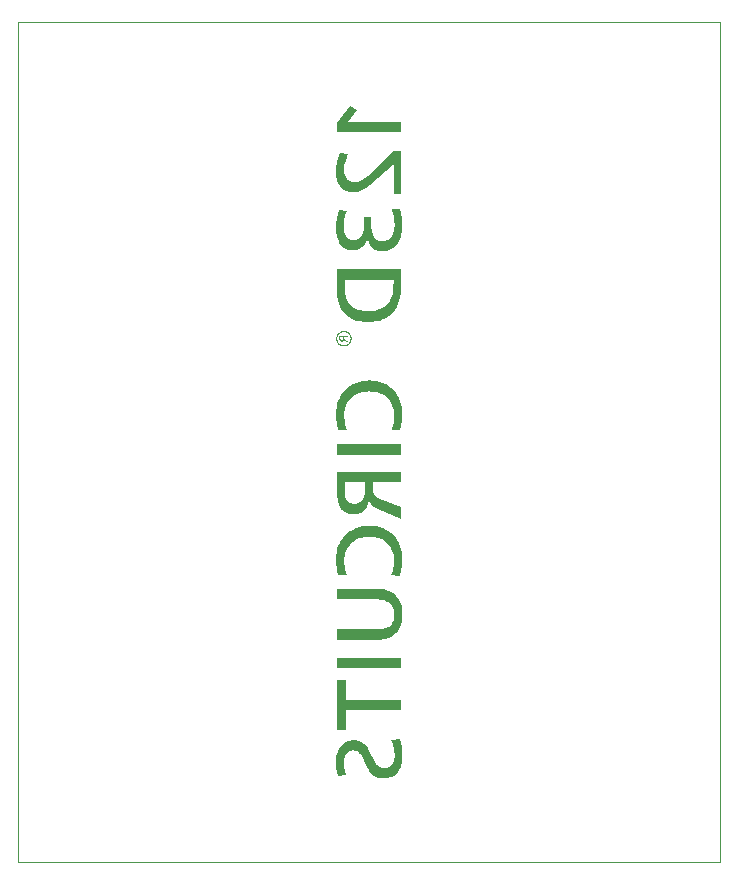
<source format=gbo>
G75*
G71*
%OFA0B0*%
%FSLAX23Y23*%
%IPPOS*%
%LPD*%
%ADD10C,0.1*%
%LPD*%D10*
X0Y0D02*
X0Y100D01*
X0Y200D01*
X0Y300D01*
X0Y400D01*
X0Y500D01*
X0Y600D01*
X0Y700D01*
X0Y800D01*
X0Y899D01*
X0Y999D01*
X0Y1099D01*
X0Y1199D01*
X0Y1299D01*
X0Y1399D01*
X0Y1499D01*
X0Y1599D01*
X0Y1699D01*
X0Y1799D01*
X0Y1899D01*
X0Y1999D01*
X0Y2099D01*
X0Y2199D01*
X0Y2299D01*
X0Y2399D01*
X0Y2498D01*
X0Y2598D01*
X0Y2698D01*
X0Y2798D01*
X0Y2898D01*
X0Y2998D01*
X0Y3098D01*
X0Y3198D01*
X0Y3298D01*
X0Y3398D01*
X0Y3498D01*
X0Y3598D01*
X0Y3698D01*
X0Y3798D01*
X0Y3898D01*
X0Y3998D01*
X0Y4098D01*
X0Y4197D01*
X0Y4297D01*
X0Y4397D01*
X0Y4497D01*
X0Y4597D01*
X0Y4697D01*
X0Y4797D01*
X0Y4897D01*
X0Y4997D01*
X0Y5097D01*
X0Y5197D01*
X0Y5297D01*
X0Y5397D01*
X0Y5497D01*
X0Y5597D01*
X0Y5697D01*
X0Y5797D01*
X0Y5896D01*
X0Y5996D01*
X0Y6096D01*
X0Y6196D01*
X0Y6296D01*
X0Y6396D01*
X0Y6496D01*
X0Y6596D01*
X0Y6696D01*
X0Y6796D01*
X0Y6896D01*
X0Y6996D01*
X0Y7096D01*
X0Y7196D01*
X0Y7296D01*
X0Y7396D01*
X0Y7496D01*
X0Y7595D01*
X0Y7695D01*
X0Y7795D01*
X0Y7895D01*
X0Y7995D01*
X0Y8095D01*
X0Y8195D01*
X0Y8295D01*
X0Y8395D01*
X0Y8495D01*
X0Y8595D01*
X0Y8695D01*
X0Y8795D01*
X0Y8895D01*
X0Y8995D01*
X0Y9095D01*
X0Y9195D01*
X0Y9294D01*
X0Y9394D01*
X0Y9494D01*
X0Y9594D01*
X0Y9694D01*
X0Y9794D01*
X0Y9894D01*
X0Y9994D01*
X0Y10094D01*
X0Y10194D01*
X0Y10294D01*
X0Y10394D01*
X0Y10494D01*
X0Y10594D01*
X0Y10694D01*
X0Y10794D01*
X0Y10893D01*
X0Y10993D01*
X0Y11093D01*
X0Y11193D01*
X0Y11293D01*
X0Y11393D01*
X0Y11493D01*
X0Y11593D01*
X0Y11693D01*
X0Y11793D01*
X0Y11893D01*
X0Y11993D01*
X0Y12093D01*
X0Y12193D01*
X0Y12293D01*
X0Y12393D01*
X0Y12493D01*
X0Y12592D01*
X0Y12692D01*
X0Y12792D01*
X0Y12892D01*
X0Y12992D01*
X0Y13092D01*
X0Y13192D01*
X0Y13292D01*
X0Y13392D01*
X0Y13492D01*
X0Y13592D01*
X0Y13692D01*
X0Y13792D01*
X0Y13892D01*
X0Y13992D01*
X0Y14092D01*
X0Y14192D01*
X0Y14291D01*
X0Y14391D01*
X0Y14491D01*
X0Y14591D01*
X0Y14691D01*
X0Y14791D01*
X0Y14891D01*
X0Y14991D01*
X0Y15091D01*
X0Y15191D01*
X0Y15291D01*
X0Y15391D01*
X0Y15491D01*
X0Y15591D01*
X0Y15691D01*
X0Y15791D01*
X0Y15890D01*
X0Y15990D01*
X0Y16090D01*
X0Y16190D01*
X0Y16290D01*
X0Y16390D01*
X0Y16490D01*
X0Y16590D01*
X0Y16690D01*
X0Y16790D01*
X0Y16890D01*
X0Y16990D01*
X0Y17090D01*
X0Y17190D01*
X0Y17290D01*
X0Y17390D01*
X0Y17490D01*
X0Y17589D01*
X0Y17689D01*
X0Y17789D01*
X0Y17889D01*
X0Y17989D01*
X0Y18089D01*
X0Y18189D01*
X0Y18289D01*
X0Y18389D01*
X0Y18489D01*
X0Y18589D01*
X0Y18689D01*
X0Y18789D01*
X0Y18889D01*
X0Y18989D01*
X0Y19089D01*
X0Y19189D01*
X0Y19288D01*
X0Y19388D01*
X0Y19488D01*
X0Y19588D01*
X0Y19688D01*
X0Y19788D01*
X0Y19888D01*
X0Y19988D01*
X0Y20088D01*
X0Y20188D01*
X0Y20288D01*
X0Y20388D01*
X0Y20488D01*
X0Y20588D01*
X0Y20688D01*
X0Y20788D01*
X0Y20888D01*
X0Y20987D01*
X0Y21087D01*
X0Y21187D01*
X0Y21287D01*
X0Y21387D01*
X0Y21487D01*
X0Y21587D01*
X0Y21687D01*
X0Y21787D01*
X0Y21887D01*
X0Y21987D01*
X0Y22087D01*
X0Y22187D01*
X0Y22287D01*
X0Y22387D01*
X0Y22487D01*
X0Y22586D01*
X0Y22686D01*
X0Y22786D01*
X0Y22886D01*
X0Y22986D01*
X0Y23086D01*
X0Y23186D01*
X0Y23286D01*
X0Y23386D01*
X0Y23486D01*
X0Y23586D01*
X0Y23686D01*
X0Y23786D01*
X0Y23886D01*
X0Y23986D01*
X0Y24086D01*
X0Y24186D01*
X0Y24285D01*
X0Y24385D01*
X0Y24485D01*
X0Y24585D01*
X0Y24685D01*
X0Y24785D01*
X0Y24885D01*
X0Y24985D01*
X0Y25085D01*
X0Y25185D01*
X0Y25285D01*
X0Y25385D01*
X0Y25485D01*
X0Y25585D01*
X0Y25685D01*
X0Y25785D01*
X0Y25885D01*
X0Y25984D01*
X0Y26084D01*
X0Y26184D01*
X0Y26284D01*
X0Y26384D01*
X0Y26484D01*
X0Y26584D01*
X0Y26684D01*
X0Y26784D01*
X0Y26884D01*
X0Y26984D01*
X0Y27084D01*
X0Y27184D01*
X0Y27284D01*
X0Y27384D01*
X0Y27484D01*
X0Y27584D01*
X0Y27683D01*
X0Y27783D01*
X0Y27883D01*
X0Y27983D01*
X0Y28083D01*
X0Y28183D01*
X0Y28283D01*
X0Y28383D01*
X0Y28483D01*
X0Y28583D01*
X0Y28683D01*
X0Y28783D01*
X0Y28883D01*
X0Y28983D01*
X0Y29083D01*
X0Y29183D01*
X0Y29282D01*
X0Y29382D01*
X0Y29482D01*
X0Y29582D01*
X0Y29682D01*
X0Y29782D01*
X0Y29882D01*
X0Y29982D01*
X0Y30082D01*
X0Y30182D01*
X0Y30282D01*
X0Y30382D01*
X0Y30482D01*
X0Y30582D01*
X0Y30682D01*
X0Y30782D01*
X0Y30882D01*
X0Y30981D01*
X0Y31081D01*
X0Y31181D01*
X0Y31281D01*
X0Y31381D01*
X0Y31481D01*
X0Y31581D01*
X0Y31681D01*
X0Y31781D01*
X0Y31881D01*
X0Y31981D01*
X0Y32081D01*
X0Y32181D01*
X0Y32281D01*
X0Y32381D01*
X0Y32481D01*
X0Y32581D01*
X0Y32680D01*
X0Y32780D01*
X0Y32880D01*
X0Y32980D01*
X0Y33080D01*
X0Y33180D01*
X0Y33280D01*
X0Y33380D01*
X0Y33480D01*
X0Y33580D01*
X0Y33680D01*
X0Y33780D01*
X0Y33880D01*
X0Y33980D01*
X0Y34080D01*
X0Y34180D01*
X0Y34280D01*
X0Y34379D01*
X0Y34479D01*
X0Y34579D01*
X0Y34679D01*
X0Y34779D01*
X0Y34879D01*
X0Y34979D01*
X0Y35079D01*
X0Y35179D01*
X0Y35279D01*
X0Y35379D01*
X0Y35479D01*
X0Y35579D01*
X0Y35679D01*
X0Y35779D01*
X0Y35879D01*
X0Y35978D01*
X0Y36078D01*
X0Y36178D01*
X0Y36278D01*
X0Y36378D01*
X0Y36478D01*
X0Y36578D01*
X0Y36678D01*
X0Y36778D01*
X0Y36878D01*
X0Y36978D01*
X0Y37078D01*
X0Y37178D01*
X0Y37278D01*
X0Y37378D01*
X0Y37478D01*
X0Y37578D01*
X0Y37677D01*
X0Y37777D01*
X0Y37877D01*
X0Y37977D01*
X0Y38077D01*
X0Y38177D01*
X0Y38277D01*
X0Y38377D01*
X0Y38477D01*
X0Y38577D01*
X0Y38677D01*
X0Y38777D01*
X0Y38877D01*
X0Y38977D01*
X0Y39077D01*
X0Y39177D01*
X0Y39277D01*
X0Y39376D01*
X0Y39476D01*
X0Y39576D01*
X0Y39676D01*
X0Y39776D01*
X0Y39876D01*
X0Y39976D01*
X0Y40076D01*
X0Y40176D01*
X0Y40276D01*
X0Y40376D01*
X0Y40476D01*
X0Y40576D01*
X0Y40676D01*
X0Y40776D01*
X0Y40876D01*
X0Y40976D01*
X0Y41075D01*
X0Y41175D01*
X0Y41275D01*
X0Y41375D01*
X0Y41475D01*
X0Y41575D01*
X0Y41675D01*
X0Y41775D01*
X0Y41875D01*
X0Y41975D01*
X0Y42075D01*
X0Y42175D01*
X0Y42275D01*
X0Y42375D01*
X0Y42475D01*
X0Y42575D01*
X0Y42675D01*
X0Y42774D01*
X0Y42874D01*
X0Y42974D01*
X0Y43074D01*
X0Y43174D01*
X0Y43274D01*
X0Y43374D01*
X0Y43474D01*
X0Y43574D01*
X0Y43674D01*
X0Y43774D01*
X0Y43874D01*
X0Y43974D01*
X0Y44074D01*
X0Y44174D01*
X0Y44274D01*
X0Y44373D01*
X0Y44473D01*
X0Y44573D01*
X0Y44673D01*
X0Y44773D01*
X0Y44873D01*
X0Y44973D01*
X0Y45073D01*
X0Y45173D01*
X0Y45273D01*
X0Y45373D01*
X0Y45473D01*
X0Y45573D01*
X0Y45673D01*
X0Y45773D01*
X0Y45873D01*
X0Y45973D01*
X0Y46072D01*
X0Y46172D01*
X0Y46272D01*
X0Y46372D01*
X0Y46472D01*
X0Y46572D01*
X0Y46672D01*
X0Y46772D01*
X0Y46872D01*
X0Y46972D01*
X0Y47072D01*
X0Y47172D01*
X0Y47272D01*
X0Y47372D01*
X0Y47472D01*
X0Y47572D01*
X0Y47672D01*
X0Y47771D01*
X0Y47871D01*
X0Y47971D01*
X0Y48071D01*
X0Y48171D01*
X0Y48271D01*
X0Y48371D01*
X0Y48471D01*
X0Y48571D01*
X0Y48671D01*
X0Y48771D01*
X0Y48871D01*
X0Y48971D01*
X0Y49071D01*
X0Y49171D01*
X0Y49271D01*
X0Y49371D01*
X0Y49470D01*
X0Y49570D01*
X0Y49670D01*
X0Y49770D01*
X0Y49870D01*
X0Y49970D01*
X0Y50070D01*
X0Y50170D01*
X0Y50270D01*
X0Y50370D01*
X0Y50470D01*
X0Y50570D01*
X0Y50670D01*
X0Y50770D01*
X0Y50870D01*
X0Y50970D01*
X0Y51070D01*
X0Y51169D01*
X0Y51269D01*
X0Y51369D01*
X0Y51469D01*
X0Y51569D01*
X0Y51669D01*
X0Y51769D01*
X0Y51869D01*
X0Y51969D01*
X0Y52069D01*
X0Y52169D01*
X0Y52269D01*
X0Y52369D01*
X0Y52469D01*
X0Y52569D01*
X0Y52669D01*
X0Y52768D01*
X0Y52868D01*
X0Y52968D01*
X0Y53068D01*
X0Y53168D01*
X0Y53268D01*
X0Y53368D01*
X0Y53468D01*
X0Y53568D01*
X0Y53668D01*
X0Y53768D01*
X0Y53868D01*
X0Y53968D01*
X0Y54068D01*
X0Y54168D01*
X0Y54268D01*
X0Y54368D01*
X0Y54467D01*
X0Y54567D01*
X0Y54667D01*
X0Y54767D01*
X0Y54867D01*
X0Y54967D01*
X0Y55067D01*
X0Y55167D01*
X0Y55267D01*
X0Y55367D01*
X0Y55467D01*
X0Y55567D01*
X0Y55667D01*
X0Y55767D01*
X0Y55867D01*
X0Y55967D01*
X0Y56067D01*
X0Y56166D01*
X0Y56266D01*
X0Y56366D01*
X0Y56466D01*
X0Y56566D01*
X0Y56666D01*
X0Y56766D01*
X0Y56866D01*
X0Y56966D01*
X0Y57066D01*
X0Y57166D01*
X0Y57266D01*
X0Y57366D01*
X0Y57466D01*
X0Y57566D01*
X0Y57666D01*
X0Y57766D01*
X0Y57865D01*
X0Y57965D01*
X0Y58065D01*
X0Y58165D01*
X0Y58265D01*
X0Y58365D01*
X0Y58465D01*
X0Y58565D01*
X0Y58665D01*
X0Y58765D01*
X0Y58865D01*
X0Y58965D01*
X0Y59065D01*
X0Y59165D01*
X0Y59265D01*
X0Y59365D01*
X0Y59465D01*
X0Y59564D01*
X0Y59664D01*
X0Y59764D01*
X0Y59864D01*
X0Y59964D01*
X0Y60064D01*
X0Y60164D01*
X0Y60264D01*
X0Y60364D01*
X0Y60464D01*
X0Y60564D01*
X0Y60664D01*
X0Y60764D01*
X0Y60864D01*
X0Y60964D01*
X0Y61064D01*
X0Y61164D01*
X0Y61263D01*
X0Y61363D01*
X0Y61463D01*
X0Y61563D01*
X0Y61663D01*
X0Y61763D01*
X0Y61863D01*
X0Y61963D01*
X0Y62063D01*
X0Y62163D01*
X0Y62263D01*
X0Y62363D01*
X0Y62463D01*
X0Y62563D01*
X0Y62663D01*
X0Y62763D01*
X0Y62863D01*
X0Y62962D01*
X0Y63062D01*
X0Y63162D01*
X0Y63262D01*
X0Y63362D01*
X0Y63462D01*
X0Y63562D01*
X0Y63662D01*
X0Y63762D01*
X0Y63862D01*
X0Y63962D01*
X0Y64062D01*
X0Y64162D01*
X0Y64262D01*
X0Y64362D01*
X0Y64462D01*
X0Y64562D01*
X0Y64661D01*
X0Y64761D01*
X0Y64861D01*
X0Y64961D01*
X0Y65061D01*
X0Y65161D01*
X0Y65261D01*
X0Y65361D01*
X0Y65461D01*
X0Y65561D01*
X0Y65661D01*
X0Y65761D01*
X0Y65861D01*
X0Y65961D01*
X0Y66061D01*
X0Y66161D01*
X0Y66261D01*
X0Y66360D01*
X0Y66460D01*
X0Y66560D01*
X0Y66660D01*
X0Y66760D01*
X0Y66860D01*
X0Y66960D01*
X0Y67060D01*
X0Y67160D01*
X0Y67260D01*
X0Y67360D01*
X0Y67460D01*
X0Y67560D01*
X0Y67660D01*
X0Y67760D01*
X0Y67860D01*
X0Y67960D01*
X0Y68059D01*
X0Y68159D01*
X0Y68259D01*
X0Y68359D01*
X0Y68459D01*
X0Y68559D01*
X0Y68659D01*
X0Y68759D01*
X0Y68859D01*
X0Y68959D01*
X0Y69059D01*
X0Y69159D01*
X0Y69259D01*
X0Y69359D01*
X0Y69459D01*
X0Y69559D01*
X0Y69659D01*
X0Y69758D01*
X0Y69858D01*
X0Y69958D01*
X0Y70058D01*
X0Y70158D01*
X0Y70258D01*
X0Y70358D01*
X0Y70458D01*
X0Y70558D01*
X0Y70658D01*
X0Y70758D01*
X0Y70858D01*
X0Y70958D01*
X0Y71058D01*
X0Y71158D01*
X100Y71158D01*
X200Y71158D01*
X300Y71158D01*
X400Y71158D01*
X500Y71158D01*
X599Y71158D01*
X699Y71158D01*
X799Y71158D01*
X899Y71158D01*
X999Y71158D01*
X1099Y71158D01*
X1199Y71158D01*
X1299Y71158D01*
X1399Y71158D01*
X1499Y71158D01*
X1598Y71158D01*
X1698Y71158D01*
X1798Y71158D01*
X1898Y71158D01*
X1998Y71158D01*
X2098Y71158D01*
X2198Y71158D01*
X2298Y71158D01*
X2398Y71158D01*
X2498Y71158D01*
X2597Y71158D01*
X2697Y71158D01*
X2797Y71158D01*
X2897Y71158D01*
X2997Y71158D01*
X3097Y71158D01*
X3197Y71158D01*
X3297Y71158D01*
X3397Y71158D01*
X3497Y71158D01*
X3596Y71158D01*
X3696Y71158D01*
X3796Y71158D01*
X3896Y71158D01*
X3996Y71158D01*
X4096Y71158D01*
X4196Y71158D01*
X4296Y71158D01*
X4396Y71158D01*
X4496Y71158D01*
X4595Y71158D01*
X4695Y71158D01*
X4795Y71158D01*
X4895Y71158D01*
X4995Y71158D01*
X5095Y71158D01*
X5195Y71158D01*
X5295Y71158D01*
X5395Y71158D01*
X5495Y71158D01*
X5594Y71158D01*
X5694Y71158D01*
X5794Y71158D01*
X5894Y71158D01*
X5994Y71158D01*
X6094Y71158D01*
X6194Y71158D01*
X6294Y71158D01*
X6394Y71158D01*
X6494Y71158D01*
X6593Y71158D01*
X6693Y71158D01*
X6793Y71158D01*
X6893Y71158D01*
X6993Y71158D01*
X7093Y71158D01*
X7193Y71158D01*
X7293Y71158D01*
X7393Y71158D01*
X7493Y71158D01*
X7592Y71158D01*
X7692Y71158D01*
X7792Y71158D01*
X7892Y71158D01*
X7992Y71158D01*
X8092Y71158D01*
X8192Y71158D01*
X8292Y71158D01*
X8392Y71158D01*
X8492Y71158D01*
X8591Y71158D01*
X8691Y71158D01*
X8791Y71158D01*
X8891Y71158D01*
X8991Y71158D01*
X9091Y71158D01*
X9191Y71158D01*
X9291Y71158D01*
X9391Y71158D01*
X9491Y71158D01*
X9590Y71158D01*
X9690Y71158D01*
X9790Y71158D01*
X9890Y71158D01*
X9990Y71158D01*
X10090Y71158D01*
X10190Y71158D01*
X10290Y71158D01*
X10390Y71158D01*
X10490Y71158D01*
X10589Y71158D01*
X10689Y71158D01*
X10789Y71158D01*
X10889Y71158D01*
X10989Y71158D01*
X11089Y71158D01*
X11189Y71158D01*
X11289Y71158D01*
X11389Y71158D01*
X11489Y71158D01*
X11589Y71158D01*
X11688Y71158D01*
X11788Y71158D01*
X11888Y71158D01*
X11988Y71158D01*
X12088Y71158D01*
X12188Y71158D01*
X12288Y71158D01*
X12388Y71158D01*
X12488Y71158D01*
X12588Y71158D01*
X12687Y71158D01*
X12787Y71158D01*
X12887Y71158D01*
X12987Y71158D01*
X13087Y71158D01*
X13187Y71158D01*
X13287Y71158D01*
X13387Y71158D01*
X13487Y71158D01*
X13587Y71158D01*
X13686Y71158D01*
X13786Y71158D01*
X13886Y71158D01*
X13986Y71158D01*
X14086Y71158D01*
X14186Y71158D01*
X14286Y71158D01*
X14386Y71158D01*
X14486Y71158D01*
X14586Y71158D01*
X14685Y71158D01*
X14785Y71158D01*
X14885Y71158D01*
X14985Y71158D01*
X15085Y71158D01*
X15185Y71158D01*
X15285Y71158D01*
X15385Y71158D01*
X15485Y71158D01*
X15585Y71158D01*
X15684Y71158D01*
X15784Y71158D01*
X15884Y71158D01*
X15984Y71158D01*
X16084Y71158D01*
X16184Y71158D01*
X16284Y71158D01*
X16384Y71158D01*
X16484Y71158D01*
X16584Y71158D01*
X16683Y71158D01*
X16783Y71158D01*
X16883Y71158D01*
X16983Y71158D01*
X17083Y71158D01*
X17183Y71158D01*
X17283Y71158D01*
X17383Y71158D01*
X17483Y71158D01*
X17583Y71158D01*
X17682Y71158D01*
X17782Y71158D01*
X17882Y71158D01*
X17982Y71158D01*
X18082Y71158D01*
X18182Y71158D01*
X18282Y71158D01*
X18382Y71158D01*
X18482Y71158D01*
X18582Y71158D01*
X18681Y71158D01*
X18781Y71158D01*
X18881Y71158D01*
X18981Y71158D01*
X19081Y71158D01*
X19181Y71158D01*
X19281Y71158D01*
X19381Y71158D01*
X19481Y71158D01*
X19581Y71158D01*
X19680Y71158D01*
X19780Y71158D01*
X19880Y71158D01*
X19980Y71158D01*
X20080Y71158D01*
X20180Y71158D01*
X20280Y71158D01*
X20380Y71158D01*
X20480Y71158D01*
X20580Y71158D01*
X20679Y71158D01*
X20779Y71158D01*
X20879Y71158D01*
X20979Y71158D01*
X21079Y71158D01*
X21179Y71158D01*
X21279Y71158D01*
X21379Y71158D01*
X21479Y71158D01*
X21579Y71158D01*
X21679Y71158D01*
X21778Y71158D01*
X21878Y71158D01*
X21978Y71158D01*
X22078Y71158D01*
X22178Y71158D01*
X22278Y71158D01*
X22378Y71158D01*
X22478Y71158D01*
X22578Y71158D01*
X22678Y71158D01*
X22777Y71158D01*
X22877Y71158D01*
X22977Y71158D01*
X23077Y71158D01*
X23177Y71158D01*
X23277Y71158D01*
X23377Y71158D01*
X23477Y71158D01*
X23577Y71158D01*
X23677Y71158D01*
X23776Y71158D01*
X23876Y71158D01*
X23976Y71158D01*
X24076Y71158D01*
X24176Y71158D01*
X24276Y71158D01*
X24376Y71158D01*
X24476Y71158D01*
X24576Y71158D01*
X24676Y71158D01*
X24775Y71158D01*
X24875Y71158D01*
X24975Y71158D01*
X25075Y71158D01*
X25175Y71158D01*
X25275Y71158D01*
X25375Y71158D01*
X25475Y71158D01*
X25575Y71158D01*
X25675Y71158D01*
X25774Y71158D01*
X25874Y71158D01*
X25974Y71158D01*
X26074Y71158D01*
X26174Y71158D01*
X26274Y71158D01*
X26374Y71158D01*
X26474Y71158D01*
X26574Y71158D01*
X26674Y71158D01*
X26773Y71158D01*
X26873Y71158D01*
X26973Y71158D01*
X27073Y71158D01*
X27173Y71158D01*
X27273Y71158D01*
X27373Y71158D01*
X27473Y71158D01*
X27573Y71158D01*
X27673Y71158D01*
X27772Y71158D01*
X27872Y71158D01*
X27972Y71158D01*
X28072Y71158D01*
X28172Y71158D01*
X28272Y71158D01*
X28372Y71158D01*
X28472Y71158D01*
X28572Y71158D01*
X28672Y71158D01*
X28771Y71158D01*
X28871Y71158D01*
X28971Y71158D01*
X29071Y71158D01*
X29171Y71158D01*
X29271Y71158D01*
X29371Y71158D01*
X29471Y71158D01*
X29571Y71158D01*
X29671Y71158D01*
X29770Y71158D01*
X29870Y71158D01*
X29970Y71158D01*
X30070Y71158D01*
X30170Y71158D01*
X30270Y71158D01*
X30370Y71158D01*
X30470Y71158D01*
X30570Y71158D01*
X30670Y71158D01*
X30770Y71158D01*
X30869Y71158D01*
X30969Y71158D01*
X31069Y71158D01*
X31169Y71158D01*
X31269Y71158D01*
X31369Y71158D01*
X31469Y71158D01*
X31569Y71158D01*
X31669Y71158D01*
X31769Y71158D01*
X31868Y71158D01*
X31968Y71158D01*
X32068Y71158D01*
X32168Y71158D01*
X32268Y71158D01*
X32368Y71158D01*
X32468Y71158D01*
X32568Y71158D01*
X32668Y71158D01*
X32768Y71158D01*
X32867Y71158D01*
X32967Y71158D01*
X33067Y71158D01*
X33167Y71158D01*
X33267Y71158D01*
X33367Y71158D01*
X33467Y71158D01*
X33567Y71158D01*
X33667Y71158D01*
X33767Y71158D01*
X33866Y71158D01*
X33966Y71158D01*
X34066Y71158D01*
X34166Y71158D01*
X34266Y71158D01*
X34366Y71158D01*
X34466Y71158D01*
X34566Y71158D01*
X34666Y71158D01*
X34766Y71158D01*
X34865Y71158D01*
X34965Y71158D01*
X35065Y71158D01*
X35165Y71158D01*
X35265Y71158D01*
X35365Y71158D01*
X35465Y71158D01*
X35565Y71158D01*
X35665Y71158D01*
X35765Y71158D01*
X35864Y71158D01*
X35964Y71158D01*
X36064Y71158D01*
X36164Y71158D01*
X36264Y71158D01*
X36364Y71158D01*
X36464Y71158D01*
X36564Y71158D01*
X36664Y71158D01*
X36764Y71158D01*
X36863Y71158D01*
X36963Y71158D01*
X37063Y71158D01*
X37163Y71158D01*
X37263Y71158D01*
X37363Y71158D01*
X37463Y71158D01*
X37563Y71158D01*
X37663Y71158D01*
X37763Y71158D01*
X37862Y71158D01*
X37962Y71158D01*
X38062Y71158D01*
X38162Y71158D01*
X38262Y71158D01*
X38362Y71158D01*
X38462Y71158D01*
X38562Y71158D01*
X38662Y71158D01*
X38762Y71158D01*
X38862Y71158D01*
X38961Y71158D01*
X39061Y71158D01*
X39161Y71158D01*
X39261Y71158D01*
X39361Y71158D01*
X39461Y71158D01*
X39561Y71158D01*
X39661Y71158D01*
X39761Y71158D01*
X39861Y71158D01*
X39960Y71158D01*
X40060Y71158D01*
X40160Y71158D01*
X40260Y71158D01*
X40360Y71158D01*
X40460Y71158D01*
X40560Y71158D01*
X40660Y71158D01*
X40760Y71158D01*
X40860Y71158D01*
X40959Y71158D01*
X41059Y71158D01*
X41159Y71158D01*
X41259Y71158D01*
X41359Y71158D01*
X41459Y71158D01*
X41559Y71158D01*
X41659Y71158D01*
X41759Y71158D01*
X41859Y71158D01*
X41958Y71158D01*
X42058Y71158D01*
X42158Y71158D01*
X42258Y71158D01*
X42358Y71158D01*
X42458Y71158D01*
X42558Y71158D01*
X42658Y71158D01*
X42758Y71158D01*
X42858Y71158D01*
X42957Y71158D01*
X43057Y71158D01*
X43157Y71158D01*
X43257Y71158D01*
X43357Y71158D01*
X43457Y71158D01*
X43557Y71158D01*
X43657Y71158D01*
X43757Y71158D01*
X43857Y71158D01*
X43956Y71158D01*
X44056Y71158D01*
X44156Y71158D01*
X44256Y71158D01*
X44356Y71158D01*
X44456Y71158D01*
X44556Y71158D01*
X44656Y71158D01*
X44756Y71158D01*
X44856Y71158D01*
X44955Y71158D01*
X45055Y71158D01*
X45155Y71158D01*
X45255Y71158D01*
X45355Y71158D01*
X45455Y71158D01*
X45555Y71158D01*
X45655Y71158D01*
X45755Y71158D01*
X45855Y71158D01*
X45955Y71158D01*
X46054Y71158D01*
X46154Y71158D01*
X46254Y71158D01*
X46354Y71158D01*
X46454Y71158D01*
X46554Y71158D01*
X46654Y71158D01*
X46754Y71158D01*
X46854Y71158D01*
X46954Y71158D01*
X47053Y71158D01*
X47153Y71158D01*
X47253Y71158D01*
X47353Y71158D01*
X47453Y71158D01*
X47553Y71158D01*
X47653Y71158D01*
X47753Y71158D01*
X47853Y71158D01*
X47953Y71158D01*
X48052Y71158D01*
X48152Y71158D01*
X48252Y71158D01*
X48352Y71158D01*
X48452Y71158D01*
X48552Y71158D01*
X48652Y71158D01*
X48752Y71158D01*
X48852Y71158D01*
X48952Y71158D01*
X49051Y71158D01*
X49151Y71158D01*
X49251Y71158D01*
X49351Y71158D01*
X49451Y71158D01*
X49551Y71158D01*
X49651Y71158D01*
X49751Y71158D01*
X49851Y71158D01*
X49951Y71158D01*
X50050Y71158D01*
X50150Y71158D01*
X50250Y71158D01*
X50350Y71158D01*
X50450Y71158D01*
X50550Y71158D01*
X50650Y71158D01*
X50750Y71158D01*
X50850Y71158D01*
X50950Y71158D01*
X51049Y71158D01*
X51149Y71158D01*
X51249Y71158D01*
X51349Y71158D01*
X51449Y71158D01*
X51549Y71158D01*
X51649Y71158D01*
X51749Y71158D01*
X51849Y71158D01*
X51949Y71158D01*
X52049Y71158D01*
X52148Y71158D01*
X52248Y71158D01*
X52348Y71158D01*
X52448Y71158D01*
X52548Y71158D01*
X52648Y71158D01*
X52748Y71158D01*
X52848Y71158D01*
X52948Y71158D01*
X53048Y71158D01*
X53147Y71158D01*
X53247Y71158D01*
X53347Y71158D01*
X53447Y71158D01*
X53547Y71158D01*
X53647Y71158D01*
X53747Y71158D01*
X53847Y71158D01*
X53947Y71158D01*
X54047Y71158D01*
X54146Y71158D01*
X54246Y71158D01*
X54346Y71158D01*
X54446Y71158D01*
X54546Y71158D01*
X54646Y71158D01*
X54746Y71158D01*
X54846Y71158D01*
X54946Y71158D01*
X55046Y71158D01*
X55145Y71158D01*
X55245Y71158D01*
X55345Y71158D01*
X55445Y71158D01*
X55545Y71158D01*
X55645Y71158D01*
X55745Y71158D01*
X55845Y71158D01*
X55945Y71158D01*
X56045Y71158D01*
X56144Y71158D01*
X56244Y71158D01*
X56344Y71158D01*
X56444Y71158D01*
X56544Y71158D01*
X56644Y71158D01*
X56744Y71158D01*
X56844Y71158D01*
X56944Y71158D01*
X57044Y71158D01*
X57144Y71158D01*
X57243Y71158D01*
X57343Y71158D01*
X57443Y71158D01*
X57543Y71158D01*
X57643Y71158D01*
X57743Y71158D01*
X57843Y71158D01*
X57943Y71158D01*
X58043Y71158D01*
X58143Y71158D01*
X58242Y71158D01*
X58342Y71158D01*
X58442Y71158D01*
X58542Y71158D01*
X58642Y71158D01*
X58742Y71158D01*
X58842Y71158D01*
X58942Y71158D01*
X59042Y71158D01*
X59142Y71158D01*
X59242Y71158D01*
X59341Y71158D01*
X59441Y71158D01*
X59441Y71058D01*
X59441Y70958D01*
X59441Y70858D01*
X59441Y70758D01*
X59441Y70658D01*
X59441Y70558D01*
X59441Y70458D01*
X59441Y70358D01*
X59441Y70258D01*
X59441Y70158D01*
X59441Y70058D01*
X59441Y69958D01*
X59441Y69859D01*
X59441Y69759D01*
X59441Y69659D01*
X59441Y69559D01*
X59441Y69459D01*
X59441Y69359D01*
X59441Y69259D01*
X59441Y69159D01*
X59441Y69059D01*
X59441Y68959D01*
X59441Y68859D01*
X59441Y68759D01*
X59441Y68659D01*
X59441Y68559D01*
X59441Y68459D01*
X59441Y68359D01*
X59441Y68259D01*
X59441Y68160D01*
X59441Y68060D01*
X59441Y67960D01*
X59441Y67860D01*
X59441Y67760D01*
X59441Y67660D01*
X59441Y67560D01*
X59441Y67460D01*
X59441Y67360D01*
X59441Y67260D01*
X59441Y67160D01*
X59441Y67060D01*
X59441Y66960D01*
X59441Y66860D01*
X59441Y66760D01*
X59441Y66660D01*
X59441Y66561D01*
X59441Y66461D01*
X59441Y66361D01*
X59441Y66261D01*
X59441Y66161D01*
X59441Y66061D01*
X59441Y65961D01*
X59441Y65861D01*
X59441Y65761D01*
X59441Y65661D01*
X59441Y65561D01*
X59441Y65461D01*
X59441Y65361D01*
X59441Y65261D01*
X59441Y65161D01*
X59441Y65061D01*
X59441Y64961D01*
X59441Y64862D01*
X59441Y64762D01*
X59441Y64662D01*
X59441Y64562D01*
X59441Y64462D01*
X59441Y64362D01*
X59441Y64262D01*
X59441Y64162D01*
X59441Y64062D01*
X59441Y63962D01*
X59441Y63862D01*
X59441Y63762D01*
X59441Y63662D01*
X59441Y63562D01*
X59441Y63462D01*
X59441Y63362D01*
X59441Y63262D01*
X59441Y63163D01*
X59441Y63063D01*
X59441Y62963D01*
X59441Y62863D01*
X59441Y62763D01*
X59441Y62663D01*
X59441Y62563D01*
X59441Y62463D01*
X59441Y62363D01*
X59441Y62263D01*
X59441Y62163D01*
X59441Y62063D01*
X59441Y61963D01*
X59441Y61863D01*
X59441Y61763D01*
X59441Y61663D01*
X59441Y61564D01*
X59441Y61464D01*
X59441Y61364D01*
X59441Y61264D01*
X59441Y61164D01*
X59441Y61064D01*
X59441Y60964D01*
X59441Y60864D01*
X59441Y60764D01*
X59441Y60664D01*
X59441Y60564D01*
X59441Y60464D01*
X59441Y60364D01*
X59441Y60264D01*
X59441Y60164D01*
X59441Y60064D01*
X59441Y59964D01*
X59441Y59865D01*
X59441Y59765D01*
X59441Y59665D01*
X59441Y59565D01*
X59441Y59465D01*
X59441Y59365D01*
X59441Y59265D01*
X59441Y59165D01*
X59441Y59065D01*
X59441Y58965D01*
X59441Y58865D01*
X59441Y58765D01*
X59441Y58665D01*
X59441Y58565D01*
X59441Y58465D01*
X59441Y58365D01*
X59441Y58265D01*
X59441Y58166D01*
X59441Y58066D01*
X59441Y57966D01*
X59441Y57866D01*
X59441Y57766D01*
X59441Y57666D01*
X59441Y57566D01*
X59441Y57466D01*
X59441Y57366D01*
X59441Y57266D01*
X59441Y57166D01*
X59441Y57066D01*
X59441Y56966D01*
X59441Y56866D01*
X59441Y56766D01*
X59441Y56666D01*
X59441Y56566D01*
X59441Y56467D01*
X59441Y56367D01*
X59441Y56267D01*
X59441Y56167D01*
X59441Y56067D01*
X59441Y55967D01*
X59441Y55867D01*
X59441Y55767D01*
X59441Y55667D01*
X59441Y55567D01*
X59441Y55467D01*
X59441Y55367D01*
X59441Y55267D01*
X59441Y55167D01*
X59441Y55067D01*
X59441Y54967D01*
X59441Y54868D01*
X59441Y54768D01*
X59441Y54668D01*
X59441Y54568D01*
X59441Y54468D01*
X59441Y54368D01*
X59441Y54268D01*
X59441Y54168D01*
X59441Y54068D01*
X59441Y53968D01*
X59441Y53868D01*
X59441Y53768D01*
X59441Y53668D01*
X59441Y53568D01*
X59441Y53468D01*
X59441Y53368D01*
X59441Y53268D01*
X59441Y53169D01*
X59441Y53069D01*
X59441Y52969D01*
X59441Y52869D01*
X59441Y52769D01*
X59441Y52669D01*
X59441Y52569D01*
X59441Y52469D01*
X59441Y52369D01*
X59441Y52269D01*
X59441Y52169D01*
X59441Y52069D01*
X59441Y51969D01*
X59441Y51869D01*
X59441Y51769D01*
X59441Y51669D01*
X59441Y51569D01*
X59441Y51470D01*
X59441Y51370D01*
X59441Y51270D01*
X59441Y51170D01*
X59441Y51070D01*
X59441Y50970D01*
X59441Y50870D01*
X59441Y50770D01*
X59441Y50670D01*
X59441Y50570D01*
X59441Y50470D01*
X59441Y50370D01*
X59441Y50270D01*
X59441Y50170D01*
X59441Y50070D01*
X59441Y49970D01*
X59441Y49871D01*
X59441Y49771D01*
X59441Y49671D01*
X59441Y49571D01*
X59441Y49471D01*
X59441Y49371D01*
X59441Y49271D01*
X59441Y49171D01*
X59441Y49071D01*
X59441Y48971D01*
X59441Y48871D01*
X59441Y48771D01*
X59441Y48671D01*
X59441Y48571D01*
X59441Y48471D01*
X59441Y48371D01*
X59441Y48271D01*
X59441Y48172D01*
X59441Y48072D01*
X59441Y47972D01*
X59441Y47872D01*
X59441Y47772D01*
X59441Y47672D01*
X59441Y47572D01*
X59441Y47472D01*
X59441Y47372D01*
X59441Y47272D01*
X59441Y47172D01*
X59441Y47072D01*
X59441Y46972D01*
X59441Y46872D01*
X59441Y46772D01*
X59441Y46672D01*
X59441Y46572D01*
X59441Y46473D01*
X59441Y46373D01*
X59441Y46273D01*
X59441Y46173D01*
X59441Y46073D01*
X59441Y45973D01*
X59441Y45873D01*
X59441Y45773D01*
X59441Y45673D01*
X59441Y45573D01*
X59441Y45473D01*
X59441Y45373D01*
X59441Y45273D01*
X59441Y45173D01*
X59441Y45073D01*
X59441Y44973D01*
X59441Y44873D01*
X59441Y44774D01*
X59441Y44674D01*
X59441Y44574D01*
X59441Y44474D01*
X59441Y44374D01*
X59441Y44274D01*
X59441Y44174D01*
X59441Y44074D01*
X59441Y43974D01*
X59441Y43874D01*
X59441Y43774D01*
X59441Y43674D01*
X59441Y43574D01*
X59441Y43474D01*
X59441Y43374D01*
X59441Y43274D01*
X59441Y43175D01*
X59441Y43075D01*
X59441Y42975D01*
X59441Y42875D01*
X59441Y42775D01*
X59441Y42675D01*
X59441Y42575D01*
X59441Y42475D01*
X59441Y42375D01*
X59441Y42275D01*
X59441Y42175D01*
X59441Y42075D01*
X59441Y41975D01*
X59441Y41875D01*
X59441Y41775D01*
X59441Y41675D01*
X59441Y41575D01*
X59441Y41476D01*
X59441Y41376D01*
X59441Y41276D01*
X59441Y41176D01*
X59441Y41076D01*
X59441Y40976D01*
X59441Y40876D01*
X59441Y40776D01*
X59441Y40676D01*
X59441Y40576D01*
X59441Y40476D01*
X59441Y40376D01*
X59441Y40276D01*
X59441Y40176D01*
X59441Y40076D01*
X59441Y39976D01*
X59441Y39876D01*
X59441Y39777D01*
X59441Y39677D01*
X59441Y39577D01*
X59441Y39477D01*
X59441Y39377D01*
X59441Y39277D01*
X59441Y39177D01*
X59441Y39077D01*
X59441Y38977D01*
X59441Y38877D01*
X59441Y38777D01*
X59441Y38677D01*
X59441Y38577D01*
X59441Y38477D01*
X59441Y38377D01*
X59441Y38277D01*
X59441Y38177D01*
X59441Y38078D01*
X59441Y37978D01*
X59441Y37878D01*
X59441Y37778D01*
X59441Y37678D01*
X59441Y37578D01*
X59441Y37478D01*
X59441Y37378D01*
X59441Y37278D01*
X59441Y37178D01*
X59441Y37078D01*
X59441Y36978D01*
X59441Y36878D01*
X59441Y36778D01*
X59441Y36678D01*
X59441Y36578D01*
X59441Y36478D01*
X59441Y36379D01*
X59441Y36279D01*
X59441Y36179D01*
X59441Y36079D01*
X59441Y35979D01*
X59441Y35879D01*
X59441Y35779D01*
X59441Y35679D01*
X59441Y35579D01*
X59441Y35479D01*
X59441Y35379D01*
X59441Y35279D01*
X59441Y35179D01*
X59441Y35079D01*
X59441Y34979D01*
X59441Y34879D01*
X59441Y34780D01*
X59441Y34680D01*
X59441Y34580D01*
X59441Y34480D01*
X59441Y34380D01*
X59441Y34280D01*
X59441Y34180D01*
X59441Y34080D01*
X59441Y33980D01*
X59441Y33880D01*
X59441Y33780D01*
X59441Y33680D01*
X59441Y33580D01*
X59441Y33480D01*
X59441Y33380D01*
X59441Y33280D01*
X59441Y33180D01*
X59441Y33081D01*
X59441Y32981D01*
X59441Y32881D01*
X59441Y32781D01*
X59441Y32681D01*
X59441Y32581D01*
X59441Y32481D01*
X59441Y32381D01*
X59441Y32281D01*
X59441Y32181D01*
X59441Y32081D01*
X59441Y31981D01*
X59441Y31881D01*
X59441Y31781D01*
X59441Y31681D01*
X59441Y31581D01*
X59441Y31481D01*
X59441Y31382D01*
X59441Y31282D01*
X59441Y31182D01*
X59441Y31082D01*
X59441Y30982D01*
X59441Y30882D01*
X59441Y30782D01*
X59441Y30682D01*
X59441Y30582D01*
X59441Y30482D01*
X59441Y30382D01*
X59441Y30282D01*
X59441Y30182D01*
X59441Y30082D01*
X59441Y29982D01*
X59441Y29882D01*
X59441Y29782D01*
X59441Y29683D01*
X59441Y29583D01*
X59441Y29483D01*
X59441Y29383D01*
X59441Y29283D01*
X59441Y29183D01*
X59441Y29083D01*
X59441Y28983D01*
X59441Y28883D01*
X59441Y28783D01*
X59441Y28683D01*
X59441Y28583D01*
X59441Y28483D01*
X59441Y28383D01*
X59441Y28283D01*
X59441Y28183D01*
X59441Y28083D01*
X59441Y27984D01*
X59441Y27884D01*
X59441Y27784D01*
X59441Y27684D01*
X59441Y27584D01*
X59441Y27484D01*
X59441Y27384D01*
X59441Y27284D01*
X59441Y27184D01*
X59441Y27084D01*
X59441Y26984D01*
X59441Y26884D01*
X59441Y26784D01*
X59441Y26684D01*
X59441Y26584D01*
X59441Y26484D01*
X59441Y26385D01*
X59441Y26285D01*
X59441Y26185D01*
X59441Y26085D01*
X59441Y25985D01*
X59441Y25885D01*
X59441Y25785D01*
X59441Y25685D01*
X59441Y25585D01*
X59441Y25485D01*
X59441Y25385D01*
X59441Y25285D01*
X59441Y25185D01*
X59441Y25085D01*
X59441Y24985D01*
X59441Y24885D01*
X59441Y24785D01*
X59441Y24686D01*
X59441Y24586D01*
X59441Y24486D01*
X59441Y24386D01*
X59441Y24286D01*
X59441Y24186D01*
X59441Y24086D01*
X59441Y23986D01*
X59441Y23886D01*
X59441Y23786D01*
X59441Y23686D01*
X59441Y23586D01*
X59441Y23486D01*
X59441Y23386D01*
X59441Y23286D01*
X59441Y23186D01*
X59441Y23086D01*
X59441Y22987D01*
X59441Y22887D01*
X59441Y22787D01*
X59441Y22687D01*
X59441Y22587D01*
X59441Y22487D01*
X59441Y22387D01*
X59441Y22287D01*
X59441Y22187D01*
X59441Y22087D01*
X59441Y21987D01*
X59441Y21887D01*
X59441Y21787D01*
X59441Y21687D01*
X59441Y21587D01*
X59441Y21487D01*
X59441Y21387D01*
X59441Y21288D01*
X59441Y21188D01*
X59441Y21088D01*
X59441Y20988D01*
X59441Y20888D01*
X59441Y20788D01*
X59441Y20688D01*
X59441Y20588D01*
X59441Y20488D01*
X59441Y20388D01*
X59441Y20288D01*
X59441Y20188D01*
X59441Y20088D01*
X59441Y19988D01*
X59441Y19888D01*
X59441Y19788D01*
X59441Y19688D01*
X59441Y19589D01*
X59441Y19489D01*
X59441Y19389D01*
X59441Y19289D01*
X59441Y19189D01*
X59441Y19089D01*
X59441Y18989D01*
X59441Y18889D01*
X59441Y18789D01*
X59441Y18689D01*
X59441Y18589D01*
X59441Y18489D01*
X59441Y18389D01*
X59441Y18289D01*
X59441Y18189D01*
X59441Y18089D01*
X59441Y17990D01*
X59441Y17890D01*
X59441Y17790D01*
X59441Y17690D01*
X59441Y17590D01*
X59441Y17490D01*
X59441Y17390D01*
X59441Y17290D01*
X59441Y17190D01*
X59441Y17090D01*
X59441Y16990D01*
X59441Y16890D01*
X59441Y16790D01*
X59441Y16690D01*
X59441Y16590D01*
X59441Y16490D01*
X59441Y16390D01*
X59441Y16291D01*
X59441Y16191D01*
X59441Y16091D01*
X59441Y15991D01*
X59441Y15891D01*
X59441Y15791D01*
X59441Y15691D01*
X59441Y15591D01*
X59441Y15491D01*
X59441Y15391D01*
X59441Y15291D01*
X59441Y15191D01*
X59441Y15091D01*
X59441Y14991D01*
X59441Y14891D01*
X59441Y14791D01*
X59441Y14691D01*
X59441Y14592D01*
X59441Y14492D01*
X59441Y14392D01*
X59441Y14292D01*
X59441Y14192D01*
X59441Y14092D01*
X59441Y13992D01*
X59441Y13892D01*
X59441Y13792D01*
X59441Y13692D01*
X59441Y13592D01*
X59441Y13492D01*
X59441Y13392D01*
X59441Y13292D01*
X59441Y13192D01*
X59441Y13092D01*
X59441Y12992D01*
X59441Y12893D01*
X59441Y12793D01*
X59441Y12693D01*
X59441Y12593D01*
X59441Y12493D01*
X59441Y12393D01*
X59441Y12293D01*
X59441Y12193D01*
X59441Y12093D01*
X59441Y11993D01*
X59441Y11893D01*
X59441Y11793D01*
X59441Y11693D01*
X59441Y11593D01*
X59441Y11493D01*
X59441Y11393D01*
X59441Y11293D01*
X59441Y11194D01*
X59441Y11094D01*
X59441Y10994D01*
X59441Y10894D01*
X59441Y10794D01*
X59441Y10694D01*
X59441Y10594D01*
X59441Y10494D01*
X59441Y10394D01*
X59441Y10294D01*
X59441Y10194D01*
X59441Y10094D01*
X59441Y9994D01*
X59441Y9894D01*
X59441Y9794D01*
X59441Y9694D01*
X59441Y9594D01*
X59441Y9495D01*
X59441Y9395D01*
X59441Y9295D01*
X59441Y9195D01*
X59441Y9095D01*
X59441Y8995D01*
X59441Y8895D01*
X59441Y8795D01*
X59441Y8695D01*
X59441Y8595D01*
X59441Y8495D01*
X59441Y8395D01*
X59441Y8295D01*
X59441Y8195D01*
X59441Y8095D01*
X59441Y7995D01*
X59441Y7895D01*
X59441Y7796D01*
X59441Y7696D01*
X59441Y7596D01*
X59441Y7496D01*
X59441Y7396D01*
X59441Y7296D01*
X59441Y7196D01*
X59441Y7096D01*
X59441Y6996D01*
X59441Y6896D01*
X59441Y6796D01*
X59441Y6696D01*
X59441Y6596D01*
X59441Y6496D01*
X59441Y6396D01*
X59441Y6296D01*
X59441Y6196D01*
X59441Y6097D01*
X59441Y5997D01*
X59441Y5897D01*
X59441Y5797D01*
X59441Y5697D01*
X59441Y5597D01*
X59441Y5497D01*
X59441Y5397D01*
X59441Y5297D01*
X59441Y5197D01*
X59441Y5097D01*
X59441Y4997D01*
X59441Y4897D01*
X59441Y4797D01*
X59441Y4697D01*
X59441Y4597D01*
X59441Y4497D01*
X59441Y4398D01*
X59441Y4298D01*
X59441Y4198D01*
X59441Y4098D01*
X59441Y3998D01*
X59441Y3898D01*
X59441Y3798D01*
X59441Y3698D01*
X59441Y3598D01*
X59441Y3498D01*
X59441Y3398D01*
X59441Y3298D01*
X59441Y3198D01*
X59441Y3098D01*
X59441Y2998D01*
X59441Y2898D01*
X59441Y2798D01*
X59441Y2699D01*
X59441Y2599D01*
X59441Y2499D01*
X59441Y2399D01*
X59441Y2299D01*
X59441Y2199D01*
X59441Y2099D01*
X59441Y1999D01*
X59441Y1899D01*
X59441Y1799D01*
X59441Y1699D01*
X59441Y1599D01*
X59441Y1499D01*
X59441Y1399D01*
X59441Y1299D01*
X59441Y1199D01*
X59441Y1099D01*
X59441Y999D01*
X59441Y900D01*
X59441Y800D01*
X59441Y700D01*
X59441Y600D01*
X59441Y500D01*
X59441Y400D01*
X59441Y300D01*
X59441Y200D01*
X59441Y100D01*
X59441Y0D01*
X59341Y0D01*
X59242Y0D01*
X59142Y0D01*
X59042Y0D01*
X58942Y0D01*
X58842Y0D01*
X58742Y0D01*
X58642Y0D01*
X58542Y0D01*
X58442Y0D01*
X58342Y0D01*
X58243Y0D01*
X58143Y0D01*
X58043Y0D01*
X57943Y0D01*
X57843Y0D01*
X57743Y0D01*
X57643Y0D01*
X57543Y0D01*
X57443Y0D01*
X57343Y0D01*
X57244Y0D01*
X57144Y0D01*
X57044Y0D01*
X56944Y0D01*
X56844Y0D01*
X56744Y0D01*
X56644Y0D01*
X56544Y0D01*
X56444Y0D01*
X56344Y0D01*
X56245Y0D01*
X56145Y0D01*
X56045Y0D01*
X55945Y0D01*
X55845Y0D01*
X55745Y0D01*
X55645Y0D01*
X55545Y0D01*
X55445Y0D01*
X55345Y0D01*
X55245Y0D01*
X55146Y0D01*
X55046Y0D01*
X54946Y0D01*
X54846Y0D01*
X54746Y0D01*
X54646Y0D01*
X54546Y0D01*
X54446Y0D01*
X54346Y0D01*
X54246Y0D01*
X54147Y0D01*
X54047Y0D01*
X53947Y0D01*
X53847Y0D01*
X53747Y0D01*
X53647Y0D01*
X53547Y0D01*
X53447Y0D01*
X53347Y0D01*
X53247Y0D01*
X53148Y0D01*
X53048Y0D01*
X52948Y0D01*
X52848Y0D01*
X52748Y0D01*
X52648Y0D01*
X52548Y0D01*
X52448Y0D01*
X52348Y0D01*
X52248Y0D01*
X52149Y0D01*
X52049Y0D01*
X51949Y0D01*
X51849Y0D01*
X51749Y0D01*
X51649Y0D01*
X51549Y0D01*
X51449Y0D01*
X51349Y0D01*
X51249Y0D01*
X51150Y0D01*
X51050Y0D01*
X50950Y0D01*
X50850Y0D01*
X50750Y0D01*
X50650Y0D01*
X50550Y0D01*
X50450Y0D01*
X50350Y0D01*
X50250Y0D01*
X50151Y0D01*
X50051Y0D01*
X49951Y0D01*
X49851Y0D01*
X49751Y0D01*
X49651Y0D01*
X49551Y0D01*
X49451Y0D01*
X49351Y0D01*
X49251Y0D01*
X49152Y0D01*
X49052Y0D01*
X48952Y0D01*
X48852Y0D01*
X48752Y0D01*
X48652Y0D01*
X48552Y0D01*
X48452Y0D01*
X48352Y0D01*
X48252Y0D01*
X48153Y0D01*
X48053Y0D01*
X47953Y0D01*
X47853Y0D01*
X47753Y0D01*
X47653Y0D01*
X47553Y0D01*
X47453Y0D01*
X47353Y0D01*
X47253Y0D01*
X47154Y0D01*
X47054Y0D01*
X46954Y0D01*
X46854Y0D01*
X46754Y0D01*
X46654Y0D01*
X46554Y0D01*
X46454Y0D01*
X46354Y0D01*
X46254Y0D01*
X46155Y0D01*
X46055Y0D01*
X45955Y0D01*
X45855Y0D01*
X45755Y0D01*
X45655Y0D01*
X45555Y0D01*
X45455Y0D01*
X45355Y0D01*
X45255Y0D01*
X45156Y0D01*
X45056Y0D01*
X44956Y0D01*
X44856Y0D01*
X44756Y0D01*
X44656Y0D01*
X44556Y0D01*
X44456Y0D01*
X44356Y0D01*
X44256Y0D01*
X44156Y0D01*
X44057Y0D01*
X43957Y0D01*
X43857Y0D01*
X43757Y0D01*
X43657Y0D01*
X43557Y0D01*
X43457Y0D01*
X43357Y0D01*
X43257Y0D01*
X43157Y0D01*
X43058Y0D01*
X42958Y0D01*
X42858Y0D01*
X42758Y0D01*
X42658Y0D01*
X42558Y0D01*
X42458Y0D01*
X42358Y0D01*
X42258Y0D01*
X42158Y0D01*
X42059Y0D01*
X41959Y0D01*
X41859Y0D01*
X41759Y0D01*
X41659Y0D01*
X41559Y0D01*
X41459Y0D01*
X41359Y0D01*
X41259Y0D01*
X41159Y0D01*
X41060Y0D01*
X40960Y0D01*
X40860Y0D01*
X40760Y0D01*
X40660Y0D01*
X40560Y0D01*
X40460Y0D01*
X40360Y0D01*
X40260Y0D01*
X40160Y0D01*
X40061Y0D01*
X39961Y0D01*
X39861Y0D01*
X39761Y0D01*
X39661Y0D01*
X39561Y0D01*
X39461Y0D01*
X39361Y0D01*
X39261Y0D01*
X39161Y0D01*
X39062Y0D01*
X38962Y0D01*
X38862Y0D01*
X38762Y0D01*
X38662Y0D01*
X38562Y0D01*
X38462Y0D01*
X38362Y0D01*
X38262Y0D01*
X38162Y0D01*
X38063Y0D01*
X37963Y0D01*
X37863Y0D01*
X37763Y0D01*
X37663Y0D01*
X37563Y0D01*
X37463Y0D01*
X37363Y0D01*
X37263Y0D01*
X37163Y0D01*
X37064Y0D01*
X36964Y0D01*
X36864Y0D01*
X36764Y0D01*
X36664Y0D01*
X36564Y0D01*
X36464Y0D01*
X36364Y0D01*
X36264Y0D01*
X36164Y0D01*
X36065Y0D01*
X35965Y0D01*
X35865Y0D01*
X35765Y0D01*
X35665Y0D01*
X35565Y0D01*
X35465Y0D01*
X35365Y0D01*
X35265Y0D01*
X35165Y0D01*
X35066Y0D01*
X34966Y0D01*
X34866Y0D01*
X34766Y0D01*
X34666Y0D01*
X34566Y0D01*
X34466Y0D01*
X34366Y0D01*
X34266Y0D01*
X34166Y0D01*
X34066Y0D01*
X33967Y0D01*
X33867Y0D01*
X33767Y0D01*
X33667Y0D01*
X33567Y0D01*
X33467Y0D01*
X33367Y0D01*
X33267Y0D01*
X33167Y0D01*
X33067Y0D01*
X32968Y0D01*
X32868Y0D01*
X32768Y0D01*
X32668Y0D01*
X32568Y0D01*
X32468Y0D01*
X32368Y0D01*
X32268Y0D01*
X32168Y0D01*
X32068Y0D01*
X31969Y0D01*
X31869Y0D01*
X31769Y0D01*
X31669Y0D01*
X31569Y0D01*
X31469Y0D01*
X31369Y0D01*
X31269Y0D01*
X31169Y0D01*
X31069Y0D01*
X30970Y0D01*
X30870Y0D01*
X30770Y0D01*
X30670Y0D01*
X30570Y0D01*
X30470Y0D01*
X30370Y0D01*
X30270Y0D01*
X30170Y0D01*
X30070Y0D01*
X29971Y0D01*
X29871Y0D01*
X29771Y0D01*
X29671Y0D01*
X29571Y0D01*
X29471Y0D01*
X29371Y0D01*
X29271Y0D01*
X29171Y0D01*
X29071Y0D01*
X28972Y0D01*
X28872Y0D01*
X28772Y0D01*
X28672Y0D01*
X28572Y0D01*
X28472Y0D01*
X28372Y0D01*
X28272Y0D01*
X28172Y0D01*
X28072Y0D01*
X27973Y0D01*
X27873Y0D01*
X27773Y0D01*
X27673Y0D01*
X27573Y0D01*
X27473Y0D01*
X27373Y0D01*
X27273Y0D01*
X27173Y0D01*
X27073Y0D01*
X26974Y0D01*
X26874Y0D01*
X26774Y0D01*
X26674Y0D01*
X26574Y0D01*
X26474Y0D01*
X26374Y0D01*
X26274Y0D01*
X26174Y0D01*
X26074Y0D01*
X25975Y0D01*
X25875Y0D01*
X25775Y0D01*
X25675Y0D01*
X25575Y0D01*
X25475Y0D01*
X25375Y0D01*
X25275Y0D01*
X25175Y0D01*
X25075Y0D01*
X24976Y0D01*
X24876Y0D01*
X24776Y0D01*
X24676Y0D01*
X24576Y0D01*
X24476Y0D01*
X24376Y0D01*
X24276Y0D01*
X24176Y0D01*
X24076Y0D01*
X23976Y0D01*
X23877Y0D01*
X23777Y0D01*
X23677Y0D01*
X23577Y0D01*
X23477Y0D01*
X23377Y0D01*
X23277Y0D01*
X23177Y0D01*
X23077Y0D01*
X22977Y0D01*
X22878Y0D01*
X22778Y0D01*
X22678Y0D01*
X22578Y0D01*
X22478Y0D01*
X22378Y0D01*
X22278Y0D01*
X22178Y0D01*
X22078Y0D01*
X21978Y0D01*
X21879Y0D01*
X21779Y0D01*
X21679Y0D01*
X21579Y0D01*
X21479Y0D01*
X21379Y0D01*
X21279Y0D01*
X21179Y0D01*
X21079Y0D01*
X20979Y0D01*
X20880Y0D01*
X20780Y0D01*
X20680Y0D01*
X20580Y0D01*
X20480Y0D01*
X20380Y0D01*
X20280Y0D01*
X20180Y0D01*
X20080Y0D01*
X19980Y0D01*
X19881Y0D01*
X19781Y0D01*
X19681Y0D01*
X19581Y0D01*
X19481Y0D01*
X19381Y0D01*
X19281Y0D01*
X19181Y0D01*
X19081Y0D01*
X18981Y0D01*
X18882Y0D01*
X18782Y0D01*
X18682Y0D01*
X18582Y0D01*
X18482Y0D01*
X18382Y0D01*
X18282Y0D01*
X18182Y0D01*
X18082Y0D01*
X17982Y0D01*
X17883Y0D01*
X17783Y0D01*
X17683Y0D01*
X17583Y0D01*
X17483Y0D01*
X17383Y0D01*
X17283Y0D01*
X17183Y0D01*
X17083Y0D01*
X16983Y0D01*
X16884Y0D01*
X16784Y0D01*
X16684Y0D01*
X16584Y0D01*
X16484Y0D01*
X16384Y0D01*
X16284Y0D01*
X16184Y0D01*
X16084Y0D01*
X15984Y0D01*
X15884Y0D01*
X15785Y0D01*
X15685Y0D01*
X15585Y0D01*
X15485Y0D01*
X15385Y0D01*
X15285Y0D01*
X15185Y0D01*
X15085Y0D01*
X14985Y0D01*
X14885Y0D01*
X14786Y0D01*
X14686Y0D01*
X14586Y0D01*
X14486Y0D01*
X14386Y0D01*
X14286Y0D01*
X14186Y0D01*
X14086Y0D01*
X13986Y0D01*
X13886Y0D01*
X13787Y0D01*
X13687Y0D01*
X13587Y0D01*
X13487Y0D01*
X13387Y0D01*
X13287Y0D01*
X13187Y0D01*
X13087Y0D01*
X12987Y0D01*
X12887Y0D01*
X12788Y0D01*
X12688Y0D01*
X12588Y0D01*
X12488Y0D01*
X12388Y0D01*
X12288Y0D01*
X12188Y0D01*
X12088Y0D01*
X11988Y0D01*
X11888Y0D01*
X11789Y0D01*
X11689Y0D01*
X11589Y0D01*
X11489Y0D01*
X11389Y0D01*
X11289Y0D01*
X11189Y0D01*
X11089Y0D01*
X10989Y0D01*
X10889Y0D01*
X10789Y0D01*
X10690Y0D01*
X10590Y0D01*
X10490Y0D01*
X10390Y0D01*
X10290Y0D01*
X10190Y0D01*
X10090Y0D01*
X9990Y0D01*
X9890Y0D01*
X9790Y0D01*
X9691Y0D01*
X9591Y0D01*
X9491Y0D01*
X9391Y0D01*
X9291Y0D01*
X9191Y0D01*
X9091Y0D01*
X8991Y0D01*
X8891Y0D01*
X8791Y0D01*
X8692Y0D01*
X8592Y0D01*
X8492Y0D01*
X8392Y0D01*
X8292Y0D01*
X8192Y0D01*
X8092Y0D01*
X7992Y0D01*
X7892Y0D01*
X7792Y0D01*
X7693Y0D01*
X7593Y0D01*
X7493Y0D01*
X7393Y0D01*
X7293Y0D01*
X7193Y0D01*
X7093Y0D01*
X6993Y0D01*
X6893Y0D01*
X6793Y0D01*
X6694Y0D01*
X6594Y0D01*
X6494Y0D01*
X6394Y0D01*
X6294Y0D01*
X6194Y0D01*
X6094Y0D01*
X5994Y0D01*
X5894Y0D01*
X5794Y0D01*
X5695Y0D01*
X5595Y0D01*
X5495Y0D01*
X5395Y0D01*
X5295Y0D01*
X5195Y0D01*
X5095Y0D01*
X4995Y0D01*
X4895Y0D01*
X4795Y0D01*
X4695Y0D01*
X4596Y0D01*
X4496Y0D01*
X4396Y0D01*
X4296Y0D01*
X4196Y0D01*
X4096Y0D01*
X3996Y0D01*
X3896Y0D01*
X3796Y0D01*
X3696Y0D01*
X3597Y0D01*
X3497Y0D01*
X3397Y0D01*
X3297Y0D01*
X3197Y0D01*
X3097Y0D01*
X2997Y0D01*
X2897Y0D01*
X2797Y0D01*
X2697Y0D01*
X2598Y0D01*
X2498Y0D01*
X2398Y0D01*
X2298Y0D01*
X2198Y0D01*
X2098Y0D01*
X1998Y0D01*
X1898Y0D01*
X1798Y0D01*
X1698Y0D01*
X1598Y0D01*
X1499Y0D01*
X1399Y0D01*
X1299Y0D01*
X1199Y0D01*
X1099Y0D01*
X999Y0D01*
X899Y0D01*
X799Y0D01*
X699Y0D01*
X599Y0D01*
X500Y0D01*
X400Y0D01*
X300Y0D01*
X200Y0D01*
X100Y0D01*
X0Y0D01*
X0Y0D01*
G36*
X32448Y62715D02*
X27893Y62715D01*
X28681Y63689D01*
X28090Y64042D01*
X26984Y62608D01*
X26984Y61855D01*
X32448Y61855D01*
X32448Y62715D01*
G37*
G36*
X32448Y60208D02*
X31776Y60208D01*
X29910Y58379D01*
X29642Y58142D01*
X29360Y57931D01*
X29216Y57839D01*
X29070Y57759D01*
X28922Y57694D01*
X28774Y57645D01*
X28624Y57613D01*
X28475Y57602D01*
X28371Y57608D01*
X28272Y57625D01*
X28180Y57651D01*
X28093Y57688D01*
X28014Y57733D01*
X27941Y57786D01*
X27874Y57848D01*
X27814Y57916D01*
X27761Y57990D01*
X27714Y58071D01*
X27674Y58155D01*
X27641Y58245D01*
X27616Y58339D01*
X27597Y58435D01*
X27586Y58534D01*
X27582Y58635D01*
X27589Y58817D01*
X27611Y58993D01*
X27666Y59250D01*
X27715Y59416D01*
X27841Y59741D01*
X27951Y59978D01*
X27247Y60019D01*
X27109Y59663D01*
X27001Y59295D01*
X26959Y59106D01*
X26928Y58916D01*
X26909Y58723D01*
X26903Y58528D01*
X26908Y58349D01*
X26923Y58175D01*
X26949Y58005D01*
X26987Y57841D01*
X27035Y57684D01*
X27095Y57534D01*
X27168Y57394D01*
X27253Y57263D01*
X27350Y57145D01*
X27460Y57037D01*
X27582Y56944D01*
X27718Y56866D01*
X27868Y56802D01*
X28032Y56756D01*
X28209Y56727D01*
X28401Y56717D01*
X28585Y56729D01*
X28764Y56763D01*
X28941Y56817D01*
X29115Y56889D01*
X29285Y56976D01*
X29453Y57076D01*
X29777Y57311D01*
X31785Y59159D01*
X31785Y56628D01*
X32448Y56628D01*
X32448Y60208D01*
X32448Y60208D01*
G37*
G36*
X31621Y55309D02*
X31681Y55147D01*
X31732Y54982D01*
X31808Y54641D01*
X31853Y54299D01*
X31867Y53973D01*
X31863Y53838D01*
X31852Y53707D01*
X31833Y53580D01*
X31807Y53458D01*
X31771Y53339D01*
X31729Y53228D01*
X31677Y53124D01*
X31616Y53027D01*
X31548Y52938D01*
X31470Y52859D01*
X31383Y52790D01*
X31286Y52731D01*
X31180Y52684D01*
X31065Y52650D01*
X30939Y52629D01*
X30802Y52621D01*
X30678Y52629D01*
X30563Y52650D01*
X30461Y52685D01*
X30369Y52732D01*
X30286Y52791D01*
X30213Y52860D01*
X30150Y52940D01*
X30094Y53027D01*
X30048Y53121D01*
X30007Y53223D01*
X29976Y53332D01*
X29951Y53444D01*
X29932Y53560D01*
X29912Y53802D01*
X29909Y54645D01*
X29294Y54645D01*
X29292Y53890D01*
X29269Y53625D01*
X29249Y53502D01*
X29221Y53385D01*
X29187Y53275D01*
X29144Y53174D01*
X29095Y53081D01*
X29036Y52996D01*
X28969Y52922D01*
X28893Y52858D01*
X28807Y52804D01*
X28712Y52760D01*
X28605Y52729D01*
X28489Y52709D01*
X28360Y52703D01*
X28248Y52710D01*
X28148Y52731D01*
X28054Y52763D01*
X27971Y52809D01*
X27897Y52863D01*
X27830Y52928D01*
X27772Y53003D01*
X27722Y53083D01*
X27679Y53173D01*
X27642Y53267D01*
X27612Y53367D01*
X27588Y53470D01*
X27570Y53577D01*
X27552Y53797D01*
X27554Y54057D01*
X27589Y54372D01*
X27656Y54695D01*
X27753Y55010D01*
X27811Y55161D01*
X27139Y55210D01*
X27037Y54863D01*
X26963Y54510D01*
X26918Y54149D01*
X26903Y53784D01*
X26919Y53425D01*
X26940Y53247D01*
X26971Y53075D01*
X27012Y52906D01*
X27064Y52743D01*
X27127Y52589D01*
X27201Y52446D01*
X27288Y52314D01*
X27388Y52193D01*
X27501Y52088D01*
X27628Y51997D01*
X27769Y51925D01*
X27926Y51871D01*
X28098Y51837D01*
X28286Y51826D01*
X28415Y51832D01*
X28536Y51847D01*
X28650Y51872D01*
X28760Y51908D01*
X28862Y51953D01*
X28959Y52006D01*
X29050Y52068D01*
X29134Y52137D01*
X29211Y52215D01*
X29283Y52300D01*
X29348Y52392D01*
X29408Y52490D01*
X29460Y52594D01*
X29507Y52704D01*
X29547Y52820D01*
X29581Y52941D01*
X29602Y52816D01*
X29632Y52695D01*
X29668Y52578D01*
X29714Y52466D01*
X29765Y52360D01*
X29826Y52259D01*
X29894Y52165D01*
X29968Y52078D01*
X30050Y52000D01*
X30138Y51929D01*
X30234Y51867D01*
X30337Y51816D01*
X30446Y51775D01*
X30560Y51745D01*
X30683Y51726D01*
X30810Y51720D01*
X31030Y51733D01*
X31235Y51769D01*
X31422Y51830D01*
X31595Y51910D01*
X31752Y52011D01*
X31894Y52130D01*
X32020Y52266D01*
X32132Y52416D01*
X32230Y52578D01*
X32313Y52753D01*
X32384Y52940D01*
X32440Y53134D01*
X32483Y53334D01*
X32515Y53541D01*
X32532Y53751D01*
X32532Y54239D01*
X32502Y54590D01*
X32444Y54932D01*
X32403Y55101D01*
X32326Y55358D01*
X31621Y55309D01*
X31621Y55309D01*
X31621Y55309D01*
G37*
G36*
X29313Y45760D02*
X29009Y45795D01*
X28727Y45855D01*
X28466Y45936D01*
X28228Y46041D01*
X28010Y46167D01*
X27814Y46314D01*
X27638Y46483D01*
X27485Y46674D01*
X27351Y46883D01*
X27238Y47112D01*
X27147Y47362D01*
X27075Y47629D01*
X27025Y47915D01*
X26995Y48220D01*
X26984Y50221D01*
X29619Y50221D01*
X29619Y49327D01*
X27647Y49327D01*
X27656Y48397D01*
X27681Y48178D01*
X27724Y47974D01*
X27782Y47784D01*
X27856Y47609D01*
X27947Y47448D01*
X28053Y47304D01*
X28173Y47174D01*
X28309Y47059D01*
X28457Y46960D01*
X28621Y46874D01*
X28799Y46805D01*
X28989Y46752D01*
X29193Y46713D01*
X29410Y46689D01*
X29638Y46681D01*
X29901Y46690D01*
X30147Y46718D01*
X30375Y46763D01*
X30586Y46826D01*
X30778Y46907D01*
X30955Y47005D01*
X31114Y47120D01*
X31256Y47251D01*
X31381Y47399D01*
X31488Y47563D01*
X31579Y47743D01*
X31653Y47940D01*
X31711Y48152D01*
X31752Y48378D01*
X31776Y48620D01*
X31785Y49327D01*
X29619Y49327D01*
X29619Y50221D01*
X32448Y50221D01*
X32438Y48455D01*
X32405Y48139D01*
X32352Y47837D01*
X32277Y47552D01*
X32180Y47283D01*
X32061Y47033D01*
X31920Y46802D01*
X31756Y46592D01*
X31571Y46401D01*
X31363Y46234D01*
X31133Y46089D01*
X30879Y45969D01*
X30603Y45873D01*
X30305Y45804D01*
X29983Y45761D01*
X29638Y45747D01*
X29313Y45760D01*
G37*
G36*
X27510Y43696D02*
X27444Y43706D01*
X27383Y43723D01*
X27322Y43744D01*
X27265Y43772D01*
X27211Y43804D01*
X27161Y43842D01*
X27114Y43885D01*
X27071Y43932D01*
X27034Y43982D01*
X27001Y44036D01*
X26974Y44094D01*
X26952Y44153D01*
X26935Y44216D01*
X26925Y44282D01*
X26923Y44349D01*
X26925Y44416D01*
X26935Y44481D01*
X26952Y44544D01*
X26974Y44605D01*
X27001Y44661D01*
X27034Y44715D01*
X27071Y44766D01*
X27114Y44812D01*
X27161Y44855D01*
X27211Y44893D01*
X27265Y44926D01*
X27322Y44954D01*
X27383Y44976D01*
X27444Y44991D01*
X27510Y45001D01*
X27577Y45005D01*
X27577Y44898D01*
X27520Y44896D01*
X27465Y44887D01*
X27412Y44874D01*
X27360Y44855D01*
X27312Y44833D01*
X27265Y44805D01*
X27223Y44773D01*
X27182Y44738D01*
X27146Y44699D01*
X27114Y44657D01*
X27085Y44612D01*
X27063Y44564D01*
X27042Y44513D01*
X27029Y44460D01*
X27021Y44405D01*
X27017Y44349D01*
X27021Y44292D01*
X27029Y44238D01*
X27044Y44185D01*
X27063Y44135D01*
X27087Y44087D01*
X27114Y44041D01*
X27147Y43998D01*
X27184Y43959D01*
X27223Y43924D01*
X27267Y43893D01*
X27312Y43866D01*
X27361Y43842D01*
X27413Y43825D01*
X27466Y43811D01*
X27520Y43803D01*
X27577Y43799D01*
X27633Y43803D01*
X27689Y43811D01*
X27742Y43825D01*
X27793Y43842D01*
X27843Y43866D01*
X27889Y43893D01*
X27932Y43924D01*
X27972Y43959D01*
X28009Y43998D01*
X28042Y44041D01*
X28071Y44087D01*
X28095Y44135D01*
X28113Y44185D01*
X28127Y44238D01*
X28136Y44292D01*
X28139Y44349D01*
X28139Y44378D01*
X28136Y44405D01*
X28127Y44460D01*
X28113Y44513D01*
X28095Y44564D01*
X28071Y44612D01*
X28042Y44657D01*
X28009Y44699D01*
X27974Y44738D01*
X27932Y44773D01*
X27888Y44805D01*
X27841Y44833D01*
X27792Y44855D01*
X27742Y44874D01*
X27688Y44887D01*
X27633Y44896D01*
X27577Y44898D01*
X27577Y45005D01*
X27627Y45003D01*
X27676Y44998D01*
X27725Y44989D01*
X27772Y44976D01*
X27817Y44960D01*
X27861Y44941D01*
X27904Y44918D01*
X27945Y44893D01*
X27982Y44865D01*
X28019Y44835D01*
X28053Y44802D01*
X28085Y44767D01*
X28113Y44729D01*
X28139Y44690D01*
X28163Y44649D01*
X28183Y44605D01*
X28205Y44544D01*
X28222Y44480D01*
X28232Y44416D01*
X28234Y44349D01*
X28231Y44282D01*
X28221Y44216D01*
X28205Y44153D01*
X28183Y44094D01*
X28155Y44036D01*
X28122Y43982D01*
X28085Y43932D01*
X28042Y43885D01*
X27995Y43842D01*
X27943Y43804D01*
X27889Y43772D01*
X27832Y43744D01*
X27772Y43723D01*
X27709Y43706D01*
X27643Y43696D01*
X27577Y43694D01*
X27510Y43696D01*
G37*
G36*
X27679Y44161D02*
X27660Y44171D01*
X27643Y44181D01*
X27628Y44193D01*
X27616Y44205D01*
X27604Y44220D01*
X27594Y44237D01*
X27587Y44257D01*
X27582Y44278D01*
X27573Y44242D01*
X27560Y44206D01*
X27543Y44174D01*
X27520Y44146D01*
X27495Y44122D01*
X27465Y44103D01*
X27432Y44092D01*
X27397Y44087D01*
X27346Y44093D01*
X27305Y44108D01*
X27271Y44132D01*
X27243Y44165D01*
X27221Y44203D01*
X27208Y44247D01*
X27199Y44295D01*
X27196Y44345D01*
X27196Y44577D01*
X27408Y44577D01*
X27408Y44479D01*
X27283Y44479D01*
X27284Y44356D01*
X27288Y44320D01*
X27293Y44286D01*
X27303Y44256D01*
X27318Y44229D01*
X27339Y44209D01*
X27365Y44196D01*
X27398Y44193D01*
X27433Y44196D01*
X27462Y44209D01*
X27485Y44229D01*
X27501Y44254D01*
X27514Y44285D01*
X27523Y44319D01*
X27526Y44354D01*
X27528Y44479D01*
X27408Y44479D01*
X27408Y44577D01*
X27961Y44577D01*
X27961Y44479D01*
X27616Y44479D01*
X27617Y44376D01*
X27621Y44349D01*
X27627Y44326D01*
X27637Y44306D01*
X27651Y44291D01*
X27669Y44276D01*
X27690Y44263D01*
X27961Y44138D01*
X27961Y44033D01*
X27679Y44161D01*
X27679Y44161D01*
G37*
G36*
X32301Y36577D02*
X32361Y36728D01*
X32410Y36888D01*
X32452Y37057D01*
X32509Y37405D01*
X32535Y37749D01*
X32539Y37912D01*
X32526Y38231D01*
X32490Y38535D01*
X32429Y38825D01*
X32345Y39097D01*
X32238Y39353D01*
X32109Y39591D01*
X31959Y39810D01*
X31787Y40009D01*
X31595Y40189D01*
X31382Y40347D01*
X31151Y40483D01*
X30901Y40596D01*
X30631Y40686D01*
X30345Y40751D01*
X30041Y40790D01*
X29720Y40804D01*
X29414Y40790D01*
X29119Y40749D01*
X28839Y40681D01*
X28575Y40588D01*
X28326Y40470D01*
X28095Y40331D01*
X27880Y40168D01*
X27685Y39985D01*
X27509Y39782D01*
X27354Y39562D01*
X27219Y39324D01*
X27108Y39069D01*
X27019Y38800D01*
X26954Y38516D01*
X26915Y38220D01*
X26903Y37912D01*
X26915Y37585D01*
X26953Y37241D01*
X27016Y36903D01*
X27059Y36743D01*
X27107Y36593D01*
X27827Y36642D01*
X27773Y36773D01*
X27727Y36913D01*
X27688Y37059D01*
X27630Y37363D01*
X27602Y37667D01*
X27598Y37814D01*
X27609Y38047D01*
X27640Y38269D01*
X27690Y38478D01*
X27758Y38675D01*
X27845Y38858D01*
X27948Y39026D01*
X28067Y39181D01*
X28202Y39321D01*
X28350Y39447D01*
X28513Y39557D01*
X28687Y39651D01*
X28873Y39729D01*
X29071Y39790D01*
X29279Y39834D01*
X29496Y39862D01*
X29720Y39871D01*
X29952Y39862D01*
X30174Y39837D01*
X30385Y39794D01*
X30584Y39735D01*
X30772Y39660D01*
X30946Y39568D01*
X31107Y39461D01*
X31255Y39339D01*
X31387Y39202D01*
X31503Y39049D01*
X31604Y38881D01*
X31688Y38699D01*
X31755Y38502D01*
X31803Y38292D01*
X31832Y38069D01*
X31842Y37831D01*
X31829Y37518D01*
X31788Y37211D01*
X31755Y37059D01*
X31715Y36911D01*
X31635Y36697D01*
X31605Y36626D01*
X32301Y36577D01*
X32301Y36577D01*
G37*
G36*
X32448Y35389D02*
X26984Y35389D01*
X26984Y34497D01*
X32448Y34497D01*
X32448Y35389D01*
X32448Y35389D01*
G37*
G36*
X30458Y29916D02*
X30312Y29982D01*
X30180Y30057D01*
X30118Y30098D01*
X30060Y30141D01*
X30006Y30187D01*
X29956Y30235D01*
X29909Y30285D01*
X29867Y30340D01*
X29830Y30395D01*
X29797Y30454D01*
X29768Y30516D01*
X29744Y30582D01*
X29725Y30648D01*
X29712Y30719D01*
X29687Y30592D01*
X29655Y30468D01*
X29613Y30348D01*
X29563Y30233D01*
X29505Y30124D01*
X29438Y30021D01*
X29365Y29924D01*
X29283Y29834D01*
X29195Y29754D01*
X29099Y29681D01*
X28997Y29618D01*
X28888Y29565D01*
X28774Y29523D01*
X28653Y29492D01*
X28526Y29473D01*
X28393Y29466D01*
X28187Y29478D01*
X28001Y29511D01*
X27834Y29565D01*
X27686Y29638D01*
X27554Y29729D01*
X27439Y29836D01*
X27340Y29957D01*
X27255Y30090D01*
X27184Y30234D01*
X27126Y30389D01*
X27078Y30551D01*
X27042Y30720D01*
X26997Y31073D01*
X26984Y33054D01*
X28488Y33054D01*
X28488Y32178D01*
X27631Y32178D01*
X27638Y31348D01*
X27661Y31122D01*
X27681Y31016D01*
X27708Y30915D01*
X27741Y30822D01*
X27781Y30735D01*
X27830Y30657D01*
X27888Y30587D01*
X27955Y30525D01*
X28033Y30472D01*
X28121Y30430D01*
X28221Y30400D01*
X28333Y30381D01*
X28459Y30375D01*
X28583Y30382D01*
X28698Y30404D01*
X28803Y30439D01*
X28897Y30486D01*
X28982Y30544D01*
X29057Y30612D01*
X29124Y30689D01*
X29183Y30773D01*
X29232Y30865D01*
X29275Y30963D01*
X29311Y31067D01*
X29338Y31174D01*
X29358Y31283D01*
X29374Y31396D01*
X29385Y32178D01*
X28488Y32178D01*
X28488Y33054D01*
X32448Y33054D01*
X32448Y32178D01*
X30040Y32178D01*
X30048Y31539D01*
X30058Y31454D01*
X30073Y31374D01*
X30093Y31301D01*
X30118Y31234D01*
X30150Y31173D01*
X30188Y31115D01*
X30232Y31062D01*
X30282Y31011D01*
X30340Y30965D01*
X30407Y30919D01*
X30480Y30876D01*
X30652Y30793D01*
X32448Y30080D01*
X32448Y29105D01*
X30458Y29916D01*
X30458Y29916D01*
G37*
G36*
X32301Y24271D02*
X32361Y24422D01*
X32410Y24582D01*
X32452Y24751D01*
X32509Y25099D01*
X32535Y25443D01*
X32539Y25607D01*
X32526Y25926D01*
X32490Y26229D01*
X32429Y26519D01*
X32345Y26791D01*
X32238Y27047D01*
X32109Y27285D01*
X31959Y27505D01*
X31787Y27705D01*
X31595Y27884D01*
X31382Y28041D01*
X31151Y28179D01*
X30901Y28291D01*
X30631Y28382D01*
X30345Y28446D01*
X30041Y28486D01*
X29720Y28499D01*
X29414Y28485D01*
X29119Y28443D01*
X28839Y28375D01*
X28575Y28282D01*
X28326Y28165D01*
X28095Y28025D01*
X27880Y27862D01*
X27685Y27680D01*
X27509Y27477D01*
X27354Y27256D01*
X27219Y27018D01*
X27108Y26764D01*
X27019Y26494D01*
X26954Y26212D01*
X26915Y25914D01*
X26903Y25607D01*
X26915Y25279D01*
X26953Y24935D01*
X27016Y24598D01*
X27059Y24438D01*
X27107Y24288D01*
X27827Y24337D01*
X27773Y24468D01*
X27727Y24608D01*
X27688Y24754D01*
X27630Y25058D01*
X27602Y25361D01*
X27598Y25509D01*
X27609Y25743D01*
X27640Y25963D01*
X27690Y26173D01*
X27758Y26369D01*
X27845Y26552D01*
X27948Y26721D01*
X28067Y26876D01*
X28202Y27016D01*
X28350Y27142D01*
X28513Y27251D01*
X28687Y27346D01*
X28873Y27424D01*
X29071Y27484D01*
X29279Y27528D01*
X29496Y27556D01*
X29720Y27565D01*
X29952Y27556D01*
X30174Y27531D01*
X30385Y27488D01*
X30584Y27429D01*
X30772Y27355D01*
X30946Y27263D01*
X31107Y27155D01*
X31255Y27033D01*
X31387Y26896D01*
X31503Y26743D01*
X31604Y26576D01*
X31688Y26393D01*
X31755Y26197D01*
X31803Y25986D01*
X31832Y25763D01*
X31842Y25447D01*
X31822Y25134D01*
X31773Y24829D01*
X31736Y24680D01*
X31691Y24533D01*
X31605Y24320D01*
X32301Y24271D01*
X32301Y24271D01*
G37*
G36*
X30466Y22256D02*
X30612Y22251D01*
X30753Y22238D01*
X30888Y22212D01*
X31017Y22178D01*
X31138Y22135D01*
X31251Y22081D01*
X31356Y22018D01*
X31453Y21945D01*
X31540Y21862D01*
X31616Y21769D01*
X31683Y21664D01*
X31739Y21551D01*
X31783Y21427D01*
X31815Y21294D01*
X31836Y21149D01*
X31842Y20995D01*
X31836Y20840D01*
X31815Y20695D01*
X31784Y20560D01*
X31740Y20437D01*
X31684Y20322D01*
X31619Y20219D01*
X31542Y20124D01*
X31455Y20040D01*
X31359Y19966D01*
X31255Y19901D01*
X31141Y19847D01*
X31019Y19803D01*
X30891Y19769D01*
X30756Y19744D01*
X30613Y19730D01*
X26984Y19725D01*
X26984Y18832D01*
X30699Y18842D01*
X30926Y18873D01*
X31140Y18922D01*
X31339Y18992D01*
X31524Y19077D01*
X31696Y19182D01*
X31852Y19302D01*
X31993Y19438D01*
X32118Y19589D01*
X32228Y19754D01*
X32322Y19933D01*
X32399Y20124D01*
X32459Y20327D01*
X32503Y20543D01*
X32530Y20768D01*
X32539Y21003D01*
X32530Y21237D01*
X32505Y21461D01*
X32463Y21676D01*
X32404Y21877D01*
X32330Y22067D01*
X32238Y22244D01*
X32131Y22406D01*
X32008Y22555D01*
X31870Y22689D01*
X31716Y22807D01*
X31547Y22909D01*
X31363Y22994D01*
X31165Y23060D01*
X30951Y23109D01*
X30724Y23140D01*
X26984Y23150D01*
X26984Y22256D01*
X30466Y22256D01*
X30466Y22256D01*
G37*
G36*
X32448Y17332D02*
X26984Y17332D01*
X26984Y16439D01*
X32448Y16439D01*
X32448Y17332D01*
X32448Y17332D01*
G37*
G36*
X32448Y13785D02*
X27722Y13785D01*
X27722Y15448D01*
X26984Y15448D01*
X26984Y11221D01*
X27722Y11221D01*
X27722Y12892D01*
X32448Y12892D01*
X32448Y13785D01*
G37*
G36*
X31556Y10369D02*
X31633Y10209D01*
X31697Y10052D01*
X31751Y9894D01*
X31794Y9734D01*
X31827Y9570D01*
X31850Y9403D01*
X31867Y9050D01*
X31863Y8952D01*
X31855Y8853D01*
X31839Y8758D01*
X31818Y8664D01*
X31790Y8574D01*
X31755Y8488D01*
X31712Y8405D01*
X31662Y8329D01*
X31605Y8259D01*
X31538Y8194D01*
X31465Y8139D01*
X31383Y8091D01*
X31293Y8053D01*
X31193Y8024D01*
X31083Y8007D01*
X30966Y8000D01*
X30872Y8005D01*
X30785Y8020D01*
X30704Y8044D01*
X30627Y8077D01*
X30557Y8118D01*
X30490Y8165D01*
X30428Y8220D01*
X30370Y8281D01*
X30315Y8349D01*
X30211Y8499D01*
X29728Y9468D01*
X29619Y9657D01*
X29497Y9831D01*
X29429Y9912D01*
X29357Y9987D01*
X29280Y10057D01*
X29197Y10120D01*
X29109Y10176D01*
X29013Y10226D01*
X28911Y10267D01*
X28801Y10300D01*
X28686Y10324D01*
X28560Y10339D01*
X28426Y10344D01*
X28231Y10333D01*
X28050Y10302D01*
X27884Y10252D01*
X27732Y10184D01*
X27593Y10100D01*
X27468Y10001D01*
X27357Y9889D01*
X27259Y9767D01*
X27172Y9633D01*
X27099Y9492D01*
X27037Y9344D01*
X26988Y9190D01*
X26950Y9032D01*
X26924Y8871D01*
X26908Y8711D01*
X26909Y8300D01*
X26935Y7981D01*
X26983Y7676D01*
X27074Y7312D01*
X27795Y7361D01*
X27741Y7496D01*
X27695Y7636D01*
X27657Y7780D01*
X27603Y8071D01*
X27577Y8361D01*
X27577Y8588D01*
X27584Y8674D01*
X27596Y8761D01*
X27615Y8848D01*
X27638Y8931D01*
X27669Y9013D01*
X27705Y9092D01*
X27748Y9165D01*
X27798Y9233D01*
X27856Y9293D01*
X27922Y9349D01*
X27996Y9395D01*
X28078Y9432D01*
X28169Y9461D01*
X28268Y9478D01*
X28377Y9483D01*
X28459Y9480D01*
X28534Y9467D01*
X28605Y9448D01*
X28672Y9422D01*
X28732Y9388D01*
X28790Y9349D01*
X28843Y9303D01*
X28893Y9253D01*
X28941Y9199D01*
X28987Y9139D01*
X29069Y9011D01*
X29541Y8036D01*
X29667Y7818D01*
X29734Y7717D01*
X29806Y7621D01*
X29883Y7533D01*
X29966Y7451D01*
X30054Y7377D01*
X30150Y7311D01*
X30254Y7253D01*
X30366Y7205D01*
X30489Y7167D01*
X30620Y7140D01*
X30763Y7122D01*
X30917Y7116D01*
X31119Y7126D01*
X31306Y7155D01*
X31480Y7201D01*
X31640Y7264D01*
X31787Y7344D01*
X31919Y7438D01*
X32039Y7547D01*
X32146Y7669D01*
X32239Y7804D01*
X32320Y7949D01*
X32386Y8105D01*
X32442Y8270D01*
X32485Y8445D01*
X32515Y8627D01*
X32532Y8814D01*
X32537Y9089D01*
X32519Y9428D01*
X32472Y9783D01*
X32395Y10144D01*
X32317Y10410D01*
X31556Y10369D01*
X31556Y10369D01*
G37*
M02*

</source>
